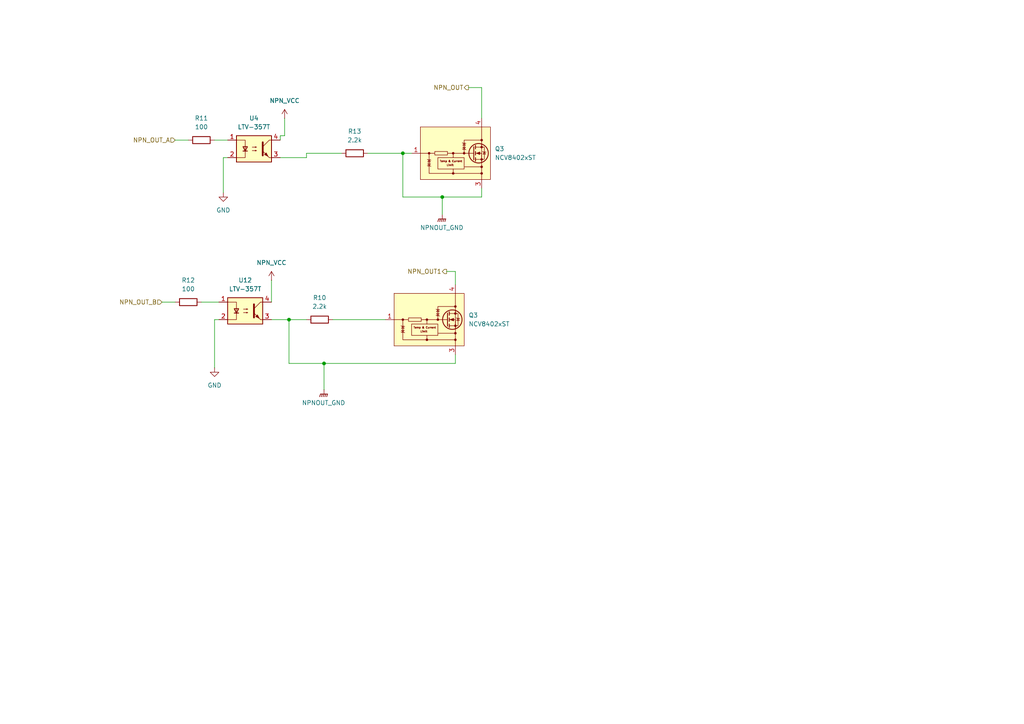
<source format=kicad_sch>
(kicad_sch
	(version 20250114)
	(generator "eeschema")
	(generator_version "9.0")
	(uuid "b1e54b02-bb43-4b89-8182-9cf3300e560d")
	(paper "A4")
	(lib_symbols
		(symbol "Device:R"
			(pin_numbers
				(hide yes)
			)
			(pin_names
				(offset 0)
			)
			(exclude_from_sim no)
			(in_bom yes)
			(on_board yes)
			(property "Reference" "R"
				(at 2.032 0 90)
				(effects
					(font
						(size 1.27 1.27)
					)
				)
			)
			(property "Value" "R"
				(at 0 0 90)
				(effects
					(font
						(size 1.27 1.27)
					)
				)
			)
			(property "Footprint" ""
				(at -1.778 0 90)
				(effects
					(font
						(size 1.27 1.27)
					)
					(hide yes)
				)
			)
			(property "Datasheet" "~"
				(at 0 0 0)
				(effects
					(font
						(size 1.27 1.27)
					)
					(hide yes)
				)
			)
			(property "Description" "Resistor"
				(at 0 0 0)
				(effects
					(font
						(size 1.27 1.27)
					)
					(hide yes)
				)
			)
			(property "ki_keywords" "R res resistor"
				(at 0 0 0)
				(effects
					(font
						(size 1.27 1.27)
					)
					(hide yes)
				)
			)
			(property "ki_fp_filters" "R_*"
				(at 0 0 0)
				(effects
					(font
						(size 1.27 1.27)
					)
					(hide yes)
				)
			)
			(symbol "R_0_1"
				(rectangle
					(start -1.016 -2.54)
					(end 1.016 2.54)
					(stroke
						(width 0.254)
						(type default)
					)
					(fill
						(type none)
					)
				)
			)
			(symbol "R_1_1"
				(pin passive line
					(at 0 3.81 270)
					(length 1.27)
					(name "~"
						(effects
							(font
								(size 1.27 1.27)
							)
						)
					)
					(number "1"
						(effects
							(font
								(size 1.27 1.27)
							)
						)
					)
				)
				(pin passive line
					(at 0 -3.81 90)
					(length 1.27)
					(name "~"
						(effects
							(font
								(size 1.27 1.27)
							)
						)
					)
					(number "2"
						(effects
							(font
								(size 1.27 1.27)
							)
						)
					)
				)
			)
			(embedded_fonts no)
		)
		(symbol "Driver_FET:NCV8402xST"
			(pin_names
				(offset 0)
				(hide yes)
			)
			(exclude_from_sim no)
			(in_bom yes)
			(on_board yes)
			(property "Reference" "Q"
				(at 5.08 8.89 0)
				(effects
					(font
						(size 1.27 1.27)
					)
					(justify right)
				)
			)
			(property "Value" "NCV8402xST"
				(at -11.43 8.89 0)
				(effects
					(font
						(size 1.27 1.27)
					)
					(justify left)
				)
			)
			(property "Footprint" "Package_TO_SOT_SMD:SOT-223"
				(at 0 -7.112 0)
				(effects
					(font
						(size 1.27 1.27)
					)
					(hide yes)
				)
			)
			(property "Datasheet" "https://www.onsemi.com/pub/Collateral/NCV8402-D.PDF"
				(at 7.62 0 0)
				(effects
					(font
						(size 1.27 1.27)
					)
					(hide yes)
				)
			)
			(property "Description" "Self-Protected Low Side Driver with Temperature and Current Limit, SOT−223"
				(at 0 0 0)
				(effects
					(font
						(size 1.27 1.27)
					)
					(hide yes)
				)
			)
			(property "ki_keywords" "MOSFET ESD Overcurrent"
				(at 0 0 0)
				(effects
					(font
						(size 1.27 1.27)
					)
					(hide yes)
				)
			)
			(property "ki_fp_filters" "SOT?223*"
				(at 0 0 0)
				(effects
					(font
						(size 1.27 1.27)
					)
					(hide yes)
				)
			)
			(symbol "NCV8402xST_0_0"
				(rectangle
					(start -10.16 7.62)
					(end 10.16 -7.62)
					(stroke
						(width 0)
						(type default)
					)
					(fill
						(type background)
					)
				)
				(rectangle
					(start -5.969 0.508)
					(end -2.286 -0.508)
					(stroke
						(width 0)
						(type default)
					)
					(fill
						(type none)
					)
				)
				(polyline
					(pts
						(xy -0.635 -1.27) (xy -0.635 -0.635) (xy -0.635 0)
					)
					(stroke
						(width 0)
						(type default)
					)
					(fill
						(type none)
					)
				)
				(polyline
					(pts
						(xy -0.635 -5.842) (xy -7.62 -5.842) (xy -7.62 0) (xy -6.096 0)
					)
					(stroke
						(width 0)
						(type default)
					)
					(fill
						(type none)
					)
				)
				(polyline
					(pts
						(xy 2.54 0) (xy -2.286 0) (xy -0.889 0)
					)
					(stroke
						(width 0)
						(type default)
					)
					(fill
						(type none)
					)
				)
				(polyline
					(pts
						(xy 2.54 0) (xy 2.54 3.81) (xy 7.62 3.81)
					)
					(stroke
						(width 0)
						(type default)
					)
					(fill
						(type none)
					)
				)
				(polyline
					(pts
						(xy 7.62 2.54) (xy 7.62 7.62)
					)
					(stroke
						(width 0)
						(type default)
					)
					(fill
						(type none)
					)
				)
				(polyline
					(pts
						(xy 7.62 2.54) (xy 7.62 -7.62)
					)
					(stroke
						(width 0)
						(type default)
					)
					(fill
						(type none)
					)
				)
				(polyline
					(pts
						(xy 7.62 -5.842) (xy -0.635 -5.842) (xy -0.635 -4.572)
					)
					(stroke
						(width 0)
						(type default)
					)
					(fill
						(type none)
					)
				)
				(text "Limit"
					(at -1.524 -3.429 0)
					(effects
						(font
							(size 0.5334 0.5334)
						)
					)
				)
				(text "Temp & Current"
					(at -1.27 -2.286 0)
					(effects
						(font
							(size 0.5334 0.5334)
						)
					)
				)
			)
			(symbol "NCV8402xST_0_1"
				(polyline
					(pts
						(xy -7.62 0) (xy -10.16 0)
					)
					(stroke
						(width 0)
						(type default)
					)
					(fill
						(type none)
					)
				)
				(rectangle
					(start -5.08 -1.27)
					(end 2.54 -4.572)
					(stroke
						(width 0)
						(type default)
					)
					(fill
						(type none)
					)
				)
				(polyline
					(pts
						(xy 7.62 -3.937) (xy 2.667 -3.937)
					)
					(stroke
						(width 0)
						(type default)
					)
					(fill
						(type none)
					)
				)
			)
			(symbol "NCV8402xST_1_1"
				(polyline
					(pts
						(xy -8.128 -1.778) (xy -8.001 -1.905) (xy -7.239 -1.905) (xy -7.112 -2.032)
					)
					(stroke
						(width 0)
						(type default)
					)
					(fill
						(type none)
					)
				)
				(circle
					(center -7.62 0)
					(radius 0.2794)
					(stroke
						(width 0)
						(type default)
					)
					(fill
						(type outline)
					)
				)
				(polyline
					(pts
						(xy -7.62 -1.905) (xy -8.001 -2.54) (xy -7.239 -2.54) (xy -7.62 -1.905)
					)
					(stroke
						(width 0)
						(type default)
					)
					(fill
						(type none)
					)
				)
				(polyline
					(pts
						(xy -7.62 -3.683) (xy -7.239 -3.048) (xy -8.001 -3.048) (xy -7.62 -3.683)
					)
					(stroke
						(width 0)
						(type default)
					)
					(fill
						(type none)
					)
				)
				(polyline
					(pts
						(xy -7.112 -3.81) (xy -7.239 -3.683) (xy -8.001 -3.683) (xy -8.128 -3.556)
					)
					(stroke
						(width 0)
						(type default)
					)
					(fill
						(type none)
					)
				)
				(circle
					(center -0.635 0)
					(radius 0.2794)
					(stroke
						(width 0)
						(type default)
					)
					(fill
						(type outline)
					)
				)
				(circle
					(center -0.635 -5.842)
					(radius 0.2794)
					(stroke
						(width 0)
						(type default)
					)
					(fill
						(type outline)
					)
				)
				(polyline
					(pts
						(xy 2.032 3.048) (xy 2.159 2.921) (xy 2.921 2.921) (xy 3.048 2.794)
					)
					(stroke
						(width 0)
						(type default)
					)
					(fill
						(type none)
					)
				)
				(polyline
					(pts
						(xy 2.54 2.921) (xy 2.159 2.286) (xy 2.921 2.286) (xy 2.54 2.921)
					)
					(stroke
						(width 0)
						(type default)
					)
					(fill
						(type none)
					)
				)
				(polyline
					(pts
						(xy 2.54 1.143) (xy 2.921 1.778) (xy 2.159 1.778) (xy 2.54 1.143)
					)
					(stroke
						(width 0)
						(type default)
					)
					(fill
						(type none)
					)
				)
				(polyline
					(pts
						(xy 2.54 0) (xy 5.334 0)
					)
					(stroke
						(width 0)
						(type default)
					)
					(fill
						(type none)
					)
				)
				(circle
					(center 2.54 0)
					(radius 0.2794)
					(stroke
						(width 0)
						(type default)
					)
					(fill
						(type outline)
					)
				)
				(polyline
					(pts
						(xy 3.048 1.016) (xy 2.921 1.143) (xy 2.159 1.143) (xy 2.032 1.27)
					)
					(stroke
						(width 0)
						(type default)
					)
					(fill
						(type none)
					)
				)
				(polyline
					(pts
						(xy 5.334 1.905) (xy 5.334 -1.905) (xy 5.334 -1.905)
					)
					(stroke
						(width 0.254)
						(type default)
					)
					(fill
						(type none)
					)
				)
				(polyline
					(pts
						(xy 5.842 2.286) (xy 5.842 1.27)
					)
					(stroke
						(width 0.254)
						(type default)
					)
					(fill
						(type none)
					)
				)
				(polyline
					(pts
						(xy 5.842 1.778) (xy 7.62 1.778)
					)
					(stroke
						(width 0)
						(type default)
					)
					(fill
						(type none)
					)
				)
				(polyline
					(pts
						(xy 5.842 0.508) (xy 5.842 -0.508)
					)
					(stroke
						(width 0.254)
						(type default)
					)
					(fill
						(type none)
					)
				)
				(polyline
					(pts
						(xy 5.842 0) (xy 7.62 0)
					)
					(stroke
						(width 0)
						(type default)
					)
					(fill
						(type none)
					)
				)
				(polyline
					(pts
						(xy 5.842 -1.27) (xy 5.842 -2.286)
					)
					(stroke
						(width 0.254)
						(type default)
					)
					(fill
						(type none)
					)
				)
				(polyline
					(pts
						(xy 5.842 -1.778) (xy 7.62 -1.778)
					)
					(stroke
						(width 0)
						(type default)
					)
					(fill
						(type none)
					)
				)
				(polyline
					(pts
						(xy 6.096 0) (xy 7.112 0.381) (xy 7.112 -0.381) (xy 6.096 0)
					)
					(stroke
						(width 0)
						(type default)
					)
					(fill
						(type outline)
					)
				)
				(circle
					(center 6.731 0)
					(radius 2.8194)
					(stroke
						(width 0.254)
						(type default)
					)
					(fill
						(type none)
					)
				)
				(circle
					(center 7.62 3.81)
					(radius 0.2794)
					(stroke
						(width 0)
						(type default)
					)
					(fill
						(type outline)
					)
				)
				(polyline
					(pts
						(xy 7.62 2.54) (xy 7.62 1.778)
					)
					(stroke
						(width 0)
						(type default)
					)
					(fill
						(type none)
					)
				)
				(circle
					(center 7.62 1.778)
					(radius 0.2794)
					(stroke
						(width 0)
						(type default)
					)
					(fill
						(type outline)
					)
				)
				(polyline
					(pts
						(xy 7.62 -1.778) (xy 7.62 0)
					)
					(stroke
						(width 0)
						(type default)
					)
					(fill
						(type none)
					)
				)
				(polyline
					(pts
						(xy 7.62 -1.778) (xy 7.62 -2.54)
					)
					(stroke
						(width 0)
						(type default)
					)
					(fill
						(type none)
					)
				)
				(polyline
					(pts
						(xy 7.62 -1.778) (xy 8.382 -1.778) (xy 8.382 1.778) (xy 7.62 1.778)
					)
					(stroke
						(width 0)
						(type default)
					)
					(fill
						(type none)
					)
				)
				(circle
					(center 7.62 -1.778)
					(radius 0.2794)
					(stroke
						(width 0)
						(type default)
					)
					(fill
						(type outline)
					)
				)
				(circle
					(center 7.62 -3.937)
					(radius 0.2794)
					(stroke
						(width 0)
						(type default)
					)
					(fill
						(type outline)
					)
				)
				(circle
					(center 7.62 -5.842)
					(radius 0.2794)
					(stroke
						(width 0)
						(type default)
					)
					(fill
						(type outline)
					)
				)
				(polyline
					(pts
						(xy 7.874 0.508) (xy 8.001 0.381) (xy 8.763 0.381) (xy 8.89 0.254)
					)
					(stroke
						(width 0)
						(type default)
					)
					(fill
						(type none)
					)
				)
				(polyline
					(pts
						(xy 8.382 0.381) (xy 8.001 -0.254) (xy 8.763 -0.254) (xy 8.382 0.381)
					)
					(stroke
						(width 0)
						(type default)
					)
					(fill
						(type none)
					)
				)
				(pin input line
					(at -12.7 0 0)
					(length 2.54)
					(name "G"
						(effects
							(font
								(size 1.27 1.27)
							)
						)
					)
					(number "1"
						(effects
							(font
								(size 1.27 1.27)
							)
						)
					)
				)
				(pin passive line
					(at 7.62 10.16 270)
					(length 2.54)
					(hide yes)
					(name "D"
						(effects
							(font
								(size 1.27 1.27)
							)
						)
					)
					(number "2"
						(effects
							(font
								(size 1.27 1.27)
							)
						)
					)
				)
				(pin passive line
					(at 7.62 10.16 270)
					(length 2.54)
					(name "D"
						(effects
							(font
								(size 1.27 1.27)
							)
						)
					)
					(number "4"
						(effects
							(font
								(size 1.27 1.27)
							)
						)
					)
				)
				(pin passive line
					(at 7.62 -10.16 90)
					(length 2.54)
					(name "S"
						(effects
							(font
								(size 1.27 1.27)
							)
						)
					)
					(number "3"
						(effects
							(font
								(size 1.27 1.27)
							)
						)
					)
				)
			)
			(embedded_fonts no)
		)
		(symbol "Isolator:LTV-357T"
			(pin_names
				(offset 1.016)
			)
			(exclude_from_sim no)
			(in_bom yes)
			(on_board yes)
			(property "Reference" "U"
				(at -5.334 4.826 0)
				(effects
					(font
						(size 1.27 1.27)
					)
					(justify left)
				)
			)
			(property "Value" "LTV-357T"
				(at 0 5.08 0)
				(effects
					(font
						(size 1.27 1.27)
					)
					(justify left)
				)
			)
			(property "Footprint" "Package_SO:SO-4_4.4x3.6mm_P2.54mm"
				(at -5.08 -5.08 0)
				(effects
					(font
						(size 1.27 1.27)
						(italic yes)
					)
					(justify left)
					(hide yes)
				)
			)
			(property "Datasheet" "https://www.buerklin.com/medias/sys_master/download/download/h91/ha0/8892020588574.pdf"
				(at 0 0 0)
				(effects
					(font
						(size 1.27 1.27)
					)
					(justify left)
					(hide yes)
				)
			)
			(property "Description" "DC Optocoupler, Vce 35V, CTR 50%, SO-4"
				(at 0 0 0)
				(effects
					(font
						(size 1.27 1.27)
					)
					(hide yes)
				)
			)
			(property "ki_keywords" "NPN DC Optocoupler"
				(at 0 0 0)
				(effects
					(font
						(size 1.27 1.27)
					)
					(hide yes)
				)
			)
			(property "ki_fp_filters" "SO*4.4x3.6mm*P2.54mm*"
				(at 0 0 0)
				(effects
					(font
						(size 1.27 1.27)
					)
					(hide yes)
				)
			)
			(symbol "LTV-357T_0_1"
				(rectangle
					(start -5.08 3.81)
					(end 5.08 -3.81)
					(stroke
						(width 0.254)
						(type default)
					)
					(fill
						(type background)
					)
				)
				(polyline
					(pts
						(xy -5.08 2.54) (xy -2.54 2.54) (xy -2.54 -0.762)
					)
					(stroke
						(width 0)
						(type default)
					)
					(fill
						(type none)
					)
				)
				(polyline
					(pts
						(xy -3.175 -0.635) (xy -1.905 -0.635)
					)
					(stroke
						(width 0.254)
						(type default)
					)
					(fill
						(type none)
					)
				)
				(polyline
					(pts
						(xy -2.54 -0.635) (xy -2.54 -2.54) (xy -5.08 -2.54)
					)
					(stroke
						(width 0)
						(type default)
					)
					(fill
						(type none)
					)
				)
				(polyline
					(pts
						(xy -2.54 -0.635) (xy -3.175 0.635) (xy -1.905 0.635) (xy -2.54 -0.635)
					)
					(stroke
						(width 0.254)
						(type default)
					)
					(fill
						(type none)
					)
				)
				(polyline
					(pts
						(xy -0.508 0.508) (xy 0.762 0.508) (xy 0.381 0.381) (xy 0.381 0.635) (xy 0.762 0.508)
					)
					(stroke
						(width 0)
						(type default)
					)
					(fill
						(type none)
					)
				)
				(polyline
					(pts
						(xy -0.508 -0.508) (xy 0.762 -0.508) (xy 0.381 -0.635) (xy 0.381 -0.381) (xy 0.762 -0.508)
					)
					(stroke
						(width 0)
						(type default)
					)
					(fill
						(type none)
					)
				)
				(polyline
					(pts
						(xy 2.54 1.905) (xy 2.54 -1.905) (xy 2.54 -1.905)
					)
					(stroke
						(width 0.508)
						(type default)
					)
					(fill
						(type none)
					)
				)
				(polyline
					(pts
						(xy 2.54 0.635) (xy 4.445 2.54)
					)
					(stroke
						(width 0)
						(type default)
					)
					(fill
						(type none)
					)
				)
				(polyline
					(pts
						(xy 3.048 -1.651) (xy 3.556 -1.143) (xy 4.064 -2.159) (xy 3.048 -1.651) (xy 3.048 -1.651)
					)
					(stroke
						(width 0)
						(type default)
					)
					(fill
						(type outline)
					)
				)
				(polyline
					(pts
						(xy 4.445 2.54) (xy 5.08 2.54)
					)
					(stroke
						(width 0)
						(type default)
					)
					(fill
						(type none)
					)
				)
				(polyline
					(pts
						(xy 4.445 -2.54) (xy 2.54 -0.635)
					)
					(stroke
						(width 0)
						(type default)
					)
					(fill
						(type outline)
					)
				)
				(polyline
					(pts
						(xy 4.445 -2.54) (xy 5.08 -2.54)
					)
					(stroke
						(width 0)
						(type default)
					)
					(fill
						(type none)
					)
				)
			)
			(symbol "LTV-357T_1_1"
				(pin passive line
					(at -7.62 2.54 0)
					(length 2.54)
					(name "~"
						(effects
							(font
								(size 1.27 1.27)
							)
						)
					)
					(number "1"
						(effects
							(font
								(size 1.27 1.27)
							)
						)
					)
				)
				(pin passive line
					(at -7.62 -2.54 0)
					(length 2.54)
					(name "~"
						(effects
							(font
								(size 1.27 1.27)
							)
						)
					)
					(number "2"
						(effects
							(font
								(size 1.27 1.27)
							)
						)
					)
				)
				(pin passive line
					(at 7.62 2.54 180)
					(length 2.54)
					(name "~"
						(effects
							(font
								(size 1.27 1.27)
							)
						)
					)
					(number "4"
						(effects
							(font
								(size 1.27 1.27)
							)
						)
					)
				)
				(pin passive line
					(at 7.62 -2.54 180)
					(length 2.54)
					(name "~"
						(effects
							(font
								(size 1.27 1.27)
							)
						)
					)
					(number "3"
						(effects
							(font
								(size 1.27 1.27)
							)
						)
					)
				)
			)
			(embedded_fonts no)
		)
		(symbol "power:GND"
			(power)
			(pin_numbers
				(hide yes)
			)
			(pin_names
				(offset 0)
				(hide yes)
			)
			(exclude_from_sim no)
			(in_bom yes)
			(on_board yes)
			(property "Reference" "#PWR"
				(at 0 -6.35 0)
				(effects
					(font
						(size 1.27 1.27)
					)
					(hide yes)
				)
			)
			(property "Value" "GND"
				(at 0 -3.81 0)
				(effects
					(font
						(size 1.27 1.27)
					)
				)
			)
			(property "Footprint" ""
				(at 0 0 0)
				(effects
					(font
						(size 1.27 1.27)
					)
					(hide yes)
				)
			)
			(property "Datasheet" ""
				(at 0 0 0)
				(effects
					(font
						(size 1.27 1.27)
					)
					(hide yes)
				)
			)
			(property "Description" "Power symbol creates a global label with name \"GND\" , ground"
				(at 0 0 0)
				(effects
					(font
						(size 1.27 1.27)
					)
					(hide yes)
				)
			)
			(property "ki_keywords" "global power"
				(at 0 0 0)
				(effects
					(font
						(size 1.27 1.27)
					)
					(hide yes)
				)
			)
			(symbol "GND_0_1"
				(polyline
					(pts
						(xy 0 0) (xy 0 -1.27) (xy 1.27 -1.27) (xy 0 -2.54) (xy -1.27 -1.27) (xy 0 -1.27)
					)
					(stroke
						(width 0)
						(type default)
					)
					(fill
						(type none)
					)
				)
			)
			(symbol "GND_1_1"
				(pin power_in line
					(at 0 0 270)
					(length 0)
					(name "~"
						(effects
							(font
								(size 1.27 1.27)
							)
						)
					)
					(number "1"
						(effects
							(font
								(size 1.27 1.27)
							)
						)
					)
				)
			)
			(embedded_fonts no)
		)
		(symbol "power:GNDPWR"
			(power)
			(pin_numbers
				(hide yes)
			)
			(pin_names
				(offset 0)
				(hide yes)
			)
			(exclude_from_sim no)
			(in_bom yes)
			(on_board yes)
			(property "Reference" "#PWR"
				(at 0 -5.08 0)
				(effects
					(font
						(size 1.27 1.27)
					)
					(hide yes)
				)
			)
			(property "Value" "GNDPWR"
				(at 0 -3.302 0)
				(effects
					(font
						(size 1.27 1.27)
					)
				)
			)
			(property "Footprint" ""
				(at 0 -1.27 0)
				(effects
					(font
						(size 1.27 1.27)
					)
					(hide yes)
				)
			)
			(property "Datasheet" ""
				(at 0 -1.27 0)
				(effects
					(font
						(size 1.27 1.27)
					)
					(hide yes)
				)
			)
			(property "Description" "Power symbol creates a global label with name \"GNDPWR\" , global ground"
				(at 0 0 0)
				(effects
					(font
						(size 1.27 1.27)
					)
					(hide yes)
				)
			)
			(property "ki_keywords" "global ground"
				(at 0 0 0)
				(effects
					(font
						(size 1.27 1.27)
					)
					(hide yes)
				)
			)
			(symbol "GNDPWR_0_1"
				(polyline
					(pts
						(xy -1.016 -1.27) (xy -1.27 -2.032) (xy -1.27 -2.032)
					)
					(stroke
						(width 0.2032)
						(type default)
					)
					(fill
						(type none)
					)
				)
				(polyline
					(pts
						(xy -0.508 -1.27) (xy -0.762 -2.032) (xy -0.762 -2.032)
					)
					(stroke
						(width 0.2032)
						(type default)
					)
					(fill
						(type none)
					)
				)
				(polyline
					(pts
						(xy 0 -1.27) (xy 0 0)
					)
					(stroke
						(width 0)
						(type default)
					)
					(fill
						(type none)
					)
				)
				(polyline
					(pts
						(xy 0 -1.27) (xy -0.254 -2.032) (xy -0.254 -2.032)
					)
					(stroke
						(width 0.2032)
						(type default)
					)
					(fill
						(type none)
					)
				)
				(polyline
					(pts
						(xy 0.508 -1.27) (xy 0.254 -2.032) (xy 0.254 -2.032)
					)
					(stroke
						(width 0.2032)
						(type default)
					)
					(fill
						(type none)
					)
				)
				(polyline
					(pts
						(xy 1.016 -1.27) (xy -1.016 -1.27) (xy -1.016 -1.27)
					)
					(stroke
						(width 0.2032)
						(type default)
					)
					(fill
						(type none)
					)
				)
				(polyline
					(pts
						(xy 1.016 -1.27) (xy 0.762 -2.032) (xy 0.762 -2.032) (xy 0.762 -2.032)
					)
					(stroke
						(width 0.2032)
						(type default)
					)
					(fill
						(type none)
					)
				)
			)
			(symbol "GNDPWR_1_1"
				(pin power_in line
					(at 0 0 270)
					(length 0)
					(name "~"
						(effects
							(font
								(size 1.27 1.27)
							)
						)
					)
					(number "1"
						(effects
							(font
								(size 1.27 1.27)
							)
						)
					)
				)
			)
			(embedded_fonts no)
		)
		(symbol "power:VCC"
			(power)
			(pin_numbers
				(hide yes)
			)
			(pin_names
				(offset 0)
				(hide yes)
			)
			(exclude_from_sim no)
			(in_bom yes)
			(on_board yes)
			(property "Reference" "#PWR"
				(at 0 -3.81 0)
				(effects
					(font
						(size 1.27 1.27)
					)
					(hide yes)
				)
			)
			(property "Value" "VCC"
				(at 0 3.556 0)
				(effects
					(font
						(size 1.27 1.27)
					)
				)
			)
			(property "Footprint" ""
				(at 0 0 0)
				(effects
					(font
						(size 1.27 1.27)
					)
					(hide yes)
				)
			)
			(property "Datasheet" ""
				(at 0 0 0)
				(effects
					(font
						(size 1.27 1.27)
					)
					(hide yes)
				)
			)
			(property "Description" "Power symbol creates a global label with name \"VCC\""
				(at 0 0 0)
				(effects
					(font
						(size 1.27 1.27)
					)
					(hide yes)
				)
			)
			(property "ki_keywords" "global power"
				(at 0 0 0)
				(effects
					(font
						(size 1.27 1.27)
					)
					(hide yes)
				)
			)
			(symbol "VCC_0_1"
				(polyline
					(pts
						(xy -0.762 1.27) (xy 0 2.54)
					)
					(stroke
						(width 0)
						(type default)
					)
					(fill
						(type none)
					)
				)
				(polyline
					(pts
						(xy 0 2.54) (xy 0.762 1.27)
					)
					(stroke
						(width 0)
						(type default)
					)
					(fill
						(type none)
					)
				)
				(polyline
					(pts
						(xy 0 0) (xy 0 2.54)
					)
					(stroke
						(width 0)
						(type default)
					)
					(fill
						(type none)
					)
				)
			)
			(symbol "VCC_1_1"
				(pin power_in line
					(at 0 0 90)
					(length 0)
					(name "~"
						(effects
							(font
								(size 1.27 1.27)
							)
						)
					)
					(number "1"
						(effects
							(font
								(size 1.27 1.27)
							)
						)
					)
				)
			)
			(embedded_fonts no)
		)
	)
	(junction
		(at 83.82 92.71)
		(diameter 0)
		(color 0 0 0 0)
		(uuid "06448bff-14e6-4ffa-8b45-cb50ef6a73ca")
	)
	(junction
		(at 128.27 57.15)
		(diameter 0)
		(color 0 0 0 0)
		(uuid "57442305-379c-451b-a26b-aa76b746508c")
	)
	(junction
		(at 116.84 44.45)
		(diameter 0)
		(color 0 0 0 0)
		(uuid "76fbcb58-af04-43ce-b68b-620833fb0637")
	)
	(junction
		(at 93.98 105.41)
		(diameter 0)
		(color 0 0 0 0)
		(uuid "d4b764aa-52e3-4b84-9ce8-eac048fb6dc7")
	)
	(wire
		(pts
			(xy 64.77 45.72) (xy 66.04 45.72)
		)
		(stroke
			(width 0)
			(type default)
		)
		(uuid "06b57d66-25cb-4181-98aa-2bcf0d6596e3")
	)
	(wire
		(pts
			(xy 132.08 78.74) (xy 132.08 82.55)
		)
		(stroke
			(width 0)
			(type default)
		)
		(uuid "1620b0da-99ff-4ad1-8f86-f0c0c20b176f")
	)
	(wire
		(pts
			(xy 78.74 92.71) (xy 83.82 92.71)
		)
		(stroke
			(width 0)
			(type default)
		)
		(uuid "2eccd7be-7e42-4e95-801e-f384658f96e5")
	)
	(wire
		(pts
			(xy 62.23 106.68) (xy 62.23 92.71)
		)
		(stroke
			(width 0)
			(type default)
		)
		(uuid "31f023e8-5486-4c90-a133-82ea50a3c473")
	)
	(wire
		(pts
			(xy 58.42 87.63) (xy 63.5 87.63)
		)
		(stroke
			(width 0)
			(type default)
		)
		(uuid "373127d8-02c6-42ae-808f-c3a9689bd752")
	)
	(wire
		(pts
			(xy 106.68 44.45) (xy 116.84 44.45)
		)
		(stroke
			(width 0)
			(type default)
		)
		(uuid "39ce1bc2-2ebc-458f-9893-0b3533258308")
	)
	(wire
		(pts
			(xy 132.08 105.41) (xy 132.08 102.87)
		)
		(stroke
			(width 0)
			(type default)
		)
		(uuid "4658c904-f922-4979-a2cd-44b0bf7d0f11")
	)
	(wire
		(pts
			(xy 128.27 57.15) (xy 139.7 57.15)
		)
		(stroke
			(width 0)
			(type default)
		)
		(uuid "48c8e5b8-0d7b-43ea-a259-5aa2bf2137d0")
	)
	(wire
		(pts
			(xy 128.27 62.23) (xy 128.27 57.15)
		)
		(stroke
			(width 0)
			(type default)
		)
		(uuid "496b37e3-d29d-4f34-a84f-95df1b453d7d")
	)
	(wire
		(pts
			(xy 50.8 40.64) (xy 54.61 40.64)
		)
		(stroke
			(width 0)
			(type default)
		)
		(uuid "4c274e98-019e-4b5b-a9ae-6091eb0957df")
	)
	(wire
		(pts
			(xy 139.7 25.4) (xy 135.89 25.4)
		)
		(stroke
			(width 0)
			(type default)
		)
		(uuid "4ef4a214-236a-4e74-a8b7-415fec9a3511")
	)
	(wire
		(pts
			(xy 46.99 87.63) (xy 50.8 87.63)
		)
		(stroke
			(width 0)
			(type default)
		)
		(uuid "598c1bb4-5e03-4462-8d36-58dbb8aad177")
	)
	(wire
		(pts
			(xy 93.98 105.41) (xy 132.08 105.41)
		)
		(stroke
			(width 0)
			(type default)
		)
		(uuid "630b943c-8c9c-4348-8446-d88812c82ba6")
	)
	(wire
		(pts
			(xy 93.98 113.03) (xy 93.98 105.41)
		)
		(stroke
			(width 0)
			(type default)
		)
		(uuid "74c5f0fa-c43b-4bd6-b5e8-d604efec2d3a")
	)
	(wire
		(pts
			(xy 81.28 39.37) (xy 81.28 40.64)
		)
		(stroke
			(width 0)
			(type default)
		)
		(uuid "754cb086-2b22-4869-8bb9-2828f147aa5f")
	)
	(wire
		(pts
			(xy 62.23 40.64) (xy 66.04 40.64)
		)
		(stroke
			(width 0)
			(type default)
		)
		(uuid "796f306b-13d7-4f91-a9b0-74c2e3508505")
	)
	(wire
		(pts
			(xy 88.9 45.72) (xy 81.28 45.72)
		)
		(stroke
			(width 0)
			(type default)
		)
		(uuid "7e3a9030-ece2-4434-90ae-a564a1569743")
	)
	(wire
		(pts
			(xy 88.9 44.45) (xy 99.06 44.45)
		)
		(stroke
			(width 0)
			(type default)
		)
		(uuid "88c8c557-12ae-47b1-a582-80ed19666a40")
	)
	(wire
		(pts
			(xy 96.52 92.71) (xy 111.76 92.71)
		)
		(stroke
			(width 0)
			(type default)
		)
		(uuid "9e511fe7-ce24-4c80-acda-046d579349c6")
	)
	(wire
		(pts
			(xy 116.84 44.45) (xy 116.84 57.15)
		)
		(stroke
			(width 0)
			(type default)
		)
		(uuid "9f3be3a6-c935-4929-bb90-5197848cdac2")
	)
	(wire
		(pts
			(xy 93.98 105.41) (xy 83.82 105.41)
		)
		(stroke
			(width 0)
			(type default)
		)
		(uuid "a02ef023-bb80-4aa3-8fc0-37279fe68534")
	)
	(wire
		(pts
			(xy 64.77 55.88) (xy 64.77 45.72)
		)
		(stroke
			(width 0)
			(type default)
		)
		(uuid "a0b4bc9a-c493-47e0-b5bc-287a6b69a0ff")
	)
	(wire
		(pts
			(xy 129.54 78.74) (xy 132.08 78.74)
		)
		(stroke
			(width 0)
			(type default)
		)
		(uuid "a9b8a6dc-e950-45d7-a331-230e11ee3c0a")
	)
	(wire
		(pts
			(xy 62.23 92.71) (xy 63.5 92.71)
		)
		(stroke
			(width 0)
			(type default)
		)
		(uuid "b5138bf3-7337-48be-bf51-9e1ea9bacc64")
	)
	(wire
		(pts
			(xy 139.7 34.29) (xy 139.7 25.4)
		)
		(stroke
			(width 0)
			(type default)
		)
		(uuid "b631908f-2739-4542-bdfd-bd8db6d5ce89")
	)
	(wire
		(pts
			(xy 82.55 39.37) (xy 82.55 34.29)
		)
		(stroke
			(width 0)
			(type default)
		)
		(uuid "baa8d583-c9ee-4959-810f-caee4e172865")
	)
	(wire
		(pts
			(xy 116.84 57.15) (xy 128.27 57.15)
		)
		(stroke
			(width 0)
			(type default)
		)
		(uuid "beb5b599-026c-481d-8cec-1a5a298fd378")
	)
	(wire
		(pts
			(xy 81.28 39.37) (xy 82.55 39.37)
		)
		(stroke
			(width 0)
			(type default)
		)
		(uuid "c14aa3f2-c961-4e8b-9440-bf37a6df5889")
	)
	(wire
		(pts
			(xy 139.7 57.15) (xy 139.7 54.61)
		)
		(stroke
			(width 0)
			(type default)
		)
		(uuid "c343eb5e-7915-4b45-8a28-1acb676c4e5e")
	)
	(wire
		(pts
			(xy 83.82 92.71) (xy 88.9 92.71)
		)
		(stroke
			(width 0)
			(type default)
		)
		(uuid "c9684129-01d6-4ce0-9dc6-e7201b028a9c")
	)
	(wire
		(pts
			(xy 83.82 105.41) (xy 83.82 92.71)
		)
		(stroke
			(width 0)
			(type default)
		)
		(uuid "ce934b58-8c07-4164-bad5-142640e510a1")
	)
	(wire
		(pts
			(xy 88.9 44.45) (xy 88.9 45.72)
		)
		(stroke
			(width 0)
			(type default)
		)
		(uuid "de17dfa2-98e0-451f-b473-9a19c6e6e4a1")
	)
	(wire
		(pts
			(xy 119.38 44.45) (xy 116.84 44.45)
		)
		(stroke
			(width 0)
			(type default)
		)
		(uuid "e7323b30-5e91-4e70-a58d-79a9eebc99ae")
	)
	(wire
		(pts
			(xy 78.74 81.28) (xy 78.74 87.63)
		)
		(stroke
			(width 0)
			(type default)
		)
		(uuid "ee39e67c-8851-4ba6-b291-7dd286958da7")
	)
	(hierarchical_label "NPN_OUT"
		(shape output)
		(at 135.89 25.4 180)
		(effects
			(font
				(size 1.27 1.27)
			)
			(justify right)
		)
		(uuid "7ed2cf57-5f41-4cdc-b134-d5969cd3d069")
	)
	(hierarchical_label "NPN_OUT_A"
		(shape input)
		(at 50.8 40.64 180)
		(effects
			(font
				(size 1.27 1.27)
			)
			(justify right)
		)
		(uuid "b7818b32-d5c0-4aee-93a5-67a3dd1f936d")
	)
	(hierarchical_label "NPN_OUT_B"
		(shape input)
		(at 46.99 87.63 180)
		(effects
			(font
				(size 1.27 1.27)
			)
			(justify right)
		)
		(uuid "f996d748-0956-4a58-8abd-240e08a7534b")
	)
	(hierarchical_label "NPN_OUT1"
		(shape output)
		(at 129.54 78.74 180)
		(effects
			(font
				(size 1.27 1.27)
			)
			(justify right)
		)
		(uuid "fdfc9e60-d9cb-4410-a650-b51ad4d5aa51")
	)
	(symbol
		(lib_id "Isolator:LTV-357T")
		(at 73.66 43.18 0)
		(unit 1)
		(exclude_from_sim no)
		(in_bom yes)
		(on_board yes)
		(dnp no)
		(fields_autoplaced yes)
		(uuid "06ae6541-a1c8-41f9-824e-26677581b133")
		(property "Reference" "U4"
			(at 73.66 34.29 0)
			(effects
				(font
					(size 1.27 1.27)
				)
			)
		)
		(property "Value" "LTV-357T"
			(at 73.66 36.83 0)
			(effects
				(font
					(size 1.27 1.27)
				)
			)
		)
		(property "Footprint" "Package_SO:SO-4_4.4x3.6mm_P2.54mm"
			(at 68.58 48.26 0)
			(effects
				(font
					(size 1.27 1.27)
					(italic yes)
				)
				(justify left)
				(hide yes)
			)
		)
		(property "Datasheet" "https://www.buerklin.com/medias/sys_master/download/download/h91/ha0/8892020588574.pdf"
			(at 73.66 43.18 0)
			(effects
				(font
					(size 1.27 1.27)
				)
				(justify left)
				(hide yes)
			)
		)
		(property "Description" "DC Optocoupler, Vce 35V, CTR 50%, SO-4"
			(at 73.66 43.18 0)
			(effects
				(font
					(size 1.27 1.27)
				)
				(hide yes)
			)
		)
		(pin "2"
			(uuid "375f3e7f-00ec-476f-9410-11a77b909f71")
		)
		(pin "1"
			(uuid "57f92b22-94ce-4773-88e2-6d5706c152e7")
		)
		(pin "4"
			(uuid "e3c810de-e5d0-43b4-9166-b16927f46f48")
		)
		(pin "3"
			(uuid "7d959f9f-1a0c-4d10-8ac6-e1e41559f92a")
		)
		(instances
			(project "NIVARA PROJECT"
				(path "/dc6fb271-dfd0-4448-98f1-862b1cc93a80/2ca62569-d560-4cca-9470-52fd378086ae/10d18d73-e11c-4004-b603-2dddd8e15480"
					(reference "U4")
					(unit 1)
				)
			)
		)
	)
	(symbol
		(lib_id "power:GND")
		(at 62.23 106.68 0)
		(unit 1)
		(exclude_from_sim no)
		(in_bom yes)
		(on_board yes)
		(dnp no)
		(fields_autoplaced yes)
		(uuid "1762533c-673b-42bc-ba16-27faaed7f6ff")
		(property "Reference" "#PWR031"
			(at 62.23 113.03 0)
			(effects
				(font
					(size 1.27 1.27)
				)
				(hide yes)
			)
		)
		(property "Value" "GND"
			(at 62.23 111.76 0)
			(effects
				(font
					(size 1.27 1.27)
				)
			)
		)
		(property "Footprint" ""
			(at 62.23 106.68 0)
			(effects
				(font
					(size 1.27 1.27)
				)
				(hide yes)
			)
		)
		(property "Datasheet" ""
			(at 62.23 106.68 0)
			(effects
				(font
					(size 1.27 1.27)
				)
				(hide yes)
			)
		)
		(property "Description" "Power symbol creates a global label with name \"GND\" , ground"
			(at 62.23 106.68 0)
			(effects
				(font
					(size 1.27 1.27)
				)
				(hide yes)
			)
		)
		(pin "1"
			(uuid "d671bc62-99d5-466c-9dbf-773678141339")
		)
		(instances
			(project "NIVARA PROJECT"
				(path "/dc6fb271-dfd0-4448-98f1-862b1cc93a80/2ca62569-d560-4cca-9470-52fd378086ae/10d18d73-e11c-4004-b603-2dddd8e15480"
					(reference "#PWR031")
					(unit 1)
				)
			)
		)
	)
	(symbol
		(lib_id "power:GNDPWR")
		(at 128.27 62.23 0)
		(unit 1)
		(exclude_from_sim no)
		(in_bom yes)
		(on_board yes)
		(dnp no)
		(fields_autoplaced yes)
		(uuid "48a34f52-3d6b-473a-88ee-13d42f3bc6bc")
		(property "Reference" "#PWR030"
			(at 128.27 67.31 0)
			(effects
				(font
					(size 1.27 1.27)
				)
				(hide yes)
			)
		)
		(property "Value" "NPNOUT_GND"
			(at 128.143 66.04 0)
			(effects
				(font
					(size 1.27 1.27)
				)
			)
		)
		(property "Footprint" ""
			(at 128.27 63.5 0)
			(effects
				(font
					(size 1.27 1.27)
				)
				(hide yes)
			)
		)
		(property "Datasheet" ""
			(at 128.27 63.5 0)
			(effects
				(font
					(size 1.27 1.27)
				)
				(hide yes)
			)
		)
		(property "Description" "Power symbol creates a global label with name \"GNDPWR\" , global ground"
			(at 128.27 62.23 0)
			(effects
				(font
					(size 1.27 1.27)
				)
				(hide yes)
			)
		)
		(pin "1"
			(uuid "42022ba7-7075-4548-bb58-454769c03396")
		)
		(instances
			(project "NIVARA PROJECT"
				(path "/dc6fb271-dfd0-4448-98f1-862b1cc93a80/2ca62569-d560-4cca-9470-52fd378086ae/10d18d73-e11c-4004-b603-2dddd8e15480"
					(reference "#PWR030")
					(unit 1)
				)
			)
		)
	)
	(symbol
		(lib_id "power:VCC")
		(at 82.55 34.29 0)
		(unit 1)
		(exclude_from_sim no)
		(in_bom yes)
		(on_board yes)
		(dnp no)
		(fields_autoplaced yes)
		(uuid "4d1a82ee-b54a-4f82-a1f8-d0c468e7c5dc")
		(property "Reference" "#PWR053"
			(at 82.55 38.1 0)
			(effects
				(font
					(size 1.27 1.27)
				)
				(hide yes)
			)
		)
		(property "Value" "NPN_VCC"
			(at 82.55 29.21 0)
			(effects
				(font
					(size 1.27 1.27)
				)
			)
		)
		(property "Footprint" ""
			(at 82.55 34.29 0)
			(effects
				(font
					(size 1.27 1.27)
				)
				(hide yes)
			)
		)
		(property "Datasheet" ""
			(at 82.55 34.29 0)
			(effects
				(font
					(size 1.27 1.27)
				)
				(hide yes)
			)
		)
		(property "Description" "Power symbol creates a global label with name \"VCC\""
			(at 82.55 34.29 0)
			(effects
				(font
					(size 1.27 1.27)
				)
				(hide yes)
			)
		)
		(pin "1"
			(uuid "b1d68ffc-c30a-4cf1-81a9-a07b005dfa21")
		)
		(instances
			(project "NIVARA PROJECT"
				(path "/dc6fb271-dfd0-4448-98f1-862b1cc93a80/2ca62569-d560-4cca-9470-52fd378086ae/10d18d73-e11c-4004-b603-2dddd8e15480"
					(reference "#PWR053")
					(unit 1)
				)
			)
		)
	)
	(symbol
		(lib_id "Device:R")
		(at 58.42 40.64 90)
		(unit 1)
		(exclude_from_sim no)
		(in_bom yes)
		(on_board yes)
		(dnp no)
		(fields_autoplaced yes)
		(uuid "5a6a07c2-8c83-400a-9e1a-d33e29717b9f")
		(property "Reference" "R11"
			(at 58.42 34.29 90)
			(effects
				(font
					(size 1.27 1.27)
				)
			)
		)
		(property "Value" "100"
			(at 58.42 36.83 90)
			(effects
				(font
					(size 1.27 1.27)
				)
			)
		)
		(property "Footprint" ""
			(at 58.42 42.418 90)
			(effects
				(font
					(size 1.27 1.27)
				)
				(hide yes)
			)
		)
		(property "Datasheet" "~"
			(at 58.42 40.64 0)
			(effects
				(font
					(size 1.27 1.27)
				)
				(hide yes)
			)
		)
		(property "Description" "Resistor"
			(at 58.42 40.64 0)
			(effects
				(font
					(size 1.27 1.27)
				)
				(hide yes)
			)
		)
		(pin "1"
			(uuid "339cef11-43dc-4ec8-a5cd-f25587b1ddab")
		)
		(pin "2"
			(uuid "18196490-4d89-4992-8733-4ce1f1e3d486")
		)
		(instances
			(project ""
				(path "/dc6fb271-dfd0-4448-98f1-862b1cc93a80/2ca62569-d560-4cca-9470-52fd378086ae/10d18d73-e11c-4004-b603-2dddd8e15480"
					(reference "R11")
					(unit 1)
				)
			)
		)
	)
	(symbol
		(lib_id "Device:R")
		(at 102.87 44.45 90)
		(unit 1)
		(exclude_from_sim no)
		(in_bom yes)
		(on_board yes)
		(dnp no)
		(fields_autoplaced yes)
		(uuid "64a81da7-23af-4a13-bf4d-1634a167867a")
		(property "Reference" "R13"
			(at 102.87 38.1 90)
			(effects
				(font
					(size 1.27 1.27)
				)
			)
		)
		(property "Value" "2.2k"
			(at 102.87 40.64 90)
			(effects
				(font
					(size 1.27 1.27)
				)
			)
		)
		(property "Footprint" ""
			(at 102.87 46.228 90)
			(effects
				(font
					(size 1.27 1.27)
				)
				(hide yes)
			)
		)
		(property "Datasheet" "~"
			(at 102.87 44.45 0)
			(effects
				(font
					(size 1.27 1.27)
				)
				(hide yes)
			)
		)
		(property "Description" "Resistor"
			(at 102.87 44.45 0)
			(effects
				(font
					(size 1.27 1.27)
				)
				(hide yes)
			)
		)
		(pin "1"
			(uuid "288887ea-1866-47f5-98eb-4021c6657f2d")
		)
		(pin "2"
			(uuid "259435b2-ce6c-4993-b8a2-54ddb49e493e")
		)
		(instances
			(project "NIVARA PROJECT"
				(path "/dc6fb271-dfd0-4448-98f1-862b1cc93a80/2ca62569-d560-4cca-9470-52fd378086ae/10d18d73-e11c-4004-b603-2dddd8e15480"
					(reference "R13")
					(unit 1)
				)
			)
		)
	)
	(symbol
		(lib_id "Isolator:LTV-357T")
		(at 71.12 90.17 0)
		(unit 1)
		(exclude_from_sim no)
		(in_bom yes)
		(on_board yes)
		(dnp no)
		(fields_autoplaced yes)
		(uuid "86793059-50d2-476e-a7b7-c88d0525745a")
		(property "Reference" "U12"
			(at 71.12 81.28 0)
			(effects
				(font
					(size 1.27 1.27)
				)
			)
		)
		(property "Value" "LTV-357T"
			(at 71.12 83.82 0)
			(effects
				(font
					(size 1.27 1.27)
				)
			)
		)
		(property "Footprint" "Package_SO:SO-4_4.4x3.6mm_P2.54mm"
			(at 66.04 95.25 0)
			(effects
				(font
					(size 1.27 1.27)
					(italic yes)
				)
				(justify left)
				(hide yes)
			)
		)
		(property "Datasheet" "https://www.buerklin.com/medias/sys_master/download/download/h91/ha0/8892020588574.pdf"
			(at 71.12 90.17 0)
			(effects
				(font
					(size 1.27 1.27)
				)
				(justify left)
				(hide yes)
			)
		)
		(property "Description" "DC Optocoupler, Vce 35V, CTR 50%, SO-4"
			(at 71.12 90.17 0)
			(effects
				(font
					(size 1.27 1.27)
				)
				(hide yes)
			)
		)
		(pin "2"
			(uuid "4f6381ba-8a23-4370-b045-3bdc725993be")
		)
		(pin "1"
			(uuid "5bf0fcdf-c36b-453f-a2b6-42840ec67ed1")
		)
		(pin "4"
			(uuid "ba74a656-fbeb-4a47-833a-9f03a27d1595")
		)
		(pin "3"
			(uuid "22694373-1676-4ef6-900a-5b9ae4a5efd9")
		)
		(instances
			(project "NIVARA PROJECT"
				(path "/dc6fb271-dfd0-4448-98f1-862b1cc93a80/2ca62569-d560-4cca-9470-52fd378086ae/10d18d73-e11c-4004-b603-2dddd8e15480"
					(reference "U12")
					(unit 1)
				)
			)
		)
	)
	(symbol
		(lib_id "power:VCC")
		(at 78.74 81.28 0)
		(unit 1)
		(exclude_from_sim no)
		(in_bom yes)
		(on_board yes)
		(dnp no)
		(fields_autoplaced yes)
		(uuid "9cff15c4-686e-4e01-8bcf-6df5b43b8554")
		(property "Reference" "#PWR032"
			(at 78.74 85.09 0)
			(effects
				(font
					(size 1.27 1.27)
				)
				(hide yes)
			)
		)
		(property "Value" "NPN_VCC"
			(at 78.74 76.2 0)
			(effects
				(font
					(size 1.27 1.27)
				)
			)
		)
		(property "Footprint" ""
			(at 78.74 81.28 0)
			(effects
				(font
					(size 1.27 1.27)
				)
				(hide yes)
			)
		)
		(property "Datasheet" ""
			(at 78.74 81.28 0)
			(effects
				(font
					(size 1.27 1.27)
				)
				(hide yes)
			)
		)
		(property "Description" "Power symbol creates a global label with name \"VCC\""
			(at 78.74 81.28 0)
			(effects
				(font
					(size 1.27 1.27)
				)
				(hide yes)
			)
		)
		(pin "1"
			(uuid "e9547b3a-2ad5-4ef4-a51e-14f27a3f2f17")
		)
		(instances
			(project "NIVARA PROJECT"
				(path "/dc6fb271-dfd0-4448-98f1-862b1cc93a80/2ca62569-d560-4cca-9470-52fd378086ae/10d18d73-e11c-4004-b603-2dddd8e15480"
					(reference "#PWR032")
					(unit 1)
				)
			)
		)
	)
	(symbol
		(lib_id "power:GND")
		(at 64.77 55.88 0)
		(unit 1)
		(exclude_from_sim no)
		(in_bom yes)
		(on_board yes)
		(dnp no)
		(fields_autoplaced yes)
		(uuid "a25853f0-afba-42e2-9638-626dbf98678f")
		(property "Reference" "#PWR?"
			(at 64.77 62.23 0)
			(effects
				(font
					(size 1.27 1.27)
				)
				(hide yes)
			)
		)
		(property "Value" "GND"
			(at 64.77 60.96 0)
			(effects
				(font
					(size 1.27 1.27)
				)
			)
		)
		(property "Footprint" ""
			(at 64.77 55.88 0)
			(effects
				(font
					(size 1.27 1.27)
				)
				(hide yes)
			)
		)
		(property "Datasheet" ""
			(at 64.77 55.88 0)
			(effects
				(font
					(size 1.27 1.27)
				)
				(hide yes)
			)
		)
		(property "Description" "Power symbol creates a global label with name \"GND\" , ground"
			(at 64.77 55.88 0)
			(effects
				(font
					(size 1.27 1.27)
				)
				(hide yes)
			)
		)
		(pin "1"
			(uuid "ffbdbfe4-354e-4e99-9368-334d5e18aec2")
		)
		(instances
			(project "NIVARA PROJECT"
				(path "/dc6fb271-dfd0-4448-98f1-862b1cc93a80/2ca62569-d560-4cca-9470-52fd378086ae/10d18d73-e11c-4004-b603-2dddd8e15480"
					(reference "#PWR?")
					(unit 1)
				)
			)
		)
	)
	(symbol
		(lib_id "Driver_FET:NCV8402xST")
		(at 124.46 92.71 0)
		(unit 1)
		(exclude_from_sim no)
		(in_bom yes)
		(on_board yes)
		(dnp no)
		(fields_autoplaced yes)
		(uuid "b8b8fe9c-305e-4276-bea5-6926f7e59711")
		(property "Reference" "Q3"
			(at 135.89 91.4399 0)
			(effects
				(font
					(size 1.27 1.27)
				)
				(justify left)
			)
		)
		(property "Value" "NCV8402xST"
			(at 135.89 93.9799 0)
			(effects
				(font
					(size 1.27 1.27)
				)
				(justify left)
			)
		)
		(property "Footprint" "Package_TO_SOT_SMD:SOT-223"
			(at 124.46 99.822 0)
			(effects
				(font
					(size 1.27 1.27)
				)
				(hide yes)
			)
		)
		(property "Datasheet" "https://www.onsemi.com/pub/Collateral/NCV8402-D.PDF"
			(at 132.08 92.71 0)
			(effects
				(font
					(size 1.27 1.27)
				)
				(hide yes)
			)
		)
		(property "Description" "Self-Protected Low Side Driver with Temperature and Current Limit, SOT−223"
			(at 124.46 92.71 0)
			(effects
				(font
					(size 1.27 1.27)
				)
				(hide yes)
			)
		)
		(pin "2"
			(uuid "86a34faf-1a91-4ffb-91de-ab4af3cf255a")
		)
		(pin "4"
			(uuid "a9b9873c-03ec-483a-9d6d-3dde0353edb5")
		)
		(pin "1"
			(uuid "f115b937-6382-4bed-ad4c-bc6230b01824")
		)
		(pin "3"
			(uuid "59b437ed-d037-4a8f-9aa9-31ae51a65a84")
		)
		(instances
			(project "NIVARA PROJECT"
				(path "/dc6fb271-dfd0-4448-98f1-862b1cc93a80/2ca62569-d560-4cca-9470-52fd378086ae/10d18d73-e11c-4004-b603-2dddd8e15480"
					(reference "Q3")
					(unit 1)
				)
			)
		)
	)
	(symbol
		(lib_id "power:GNDPWR")
		(at 93.98 113.03 0)
		(unit 1)
		(exclude_from_sim no)
		(in_bom yes)
		(on_board yes)
		(dnp no)
		(fields_autoplaced yes)
		(uuid "bdf7a143-e886-4940-8bfc-eeffa3991715")
		(property "Reference" "#PWR054"
			(at 93.98 118.11 0)
			(effects
				(font
					(size 1.27 1.27)
				)
				(hide yes)
			)
		)
		(property "Value" "NPNOUT_GND"
			(at 93.853 116.84 0)
			(effects
				(font
					(size 1.27 1.27)
				)
			)
		)
		(property "Footprint" ""
			(at 93.98 114.3 0)
			(effects
				(font
					(size 1.27 1.27)
				)
				(hide yes)
			)
		)
		(property "Datasheet" ""
			(at 93.98 114.3 0)
			(effects
				(font
					(size 1.27 1.27)
				)
				(hide yes)
			)
		)
		(property "Description" "Power symbol creates a global label with name \"GNDPWR\" , global ground"
			(at 93.98 113.03 0)
			(effects
				(font
					(size 1.27 1.27)
				)
				(hide yes)
			)
		)
		(pin "1"
			(uuid "5a21ee83-97cc-461c-bd07-67708e3d48b2")
		)
		(instances
			(project "NIVARA PROJECT"
				(path "/dc6fb271-dfd0-4448-98f1-862b1cc93a80/2ca62569-d560-4cca-9470-52fd378086ae/10d18d73-e11c-4004-b603-2dddd8e15480"
					(reference "#PWR054")
					(unit 1)
				)
			)
		)
	)
	(symbol
		(lib_id "Driver_FET:NCV8402xST")
		(at 132.08 44.45 0)
		(unit 1)
		(exclude_from_sim no)
		(in_bom yes)
		(on_board yes)
		(dnp no)
		(fields_autoplaced yes)
		(uuid "c1d7acc6-c2d0-4ebd-a920-c89eae48b1ed")
		(property "Reference" "Q3"
			(at 143.51 43.1799 0)
			(effects
				(font
					(size 1.27 1.27)
				)
				(justify left)
			)
		)
		(property "Value" "NCV8402xST"
			(at 143.51 45.7199 0)
			(effects
				(font
					(size 1.27 1.27)
				)
				(justify left)
			)
		)
		(property "Footprint" "Package_TO_SOT_SMD:SOT-223"
			(at 132.08 51.562 0)
			(effects
				(font
					(size 1.27 1.27)
				)
				(hide yes)
			)
		)
		(property "Datasheet" "https://www.onsemi.com/pub/Collateral/NCV8402-D.PDF"
			(at 139.7 44.45 0)
			(effects
				(font
					(size 1.27 1.27)
				)
				(hide yes)
			)
		)
		(property "Description" "Self-Protected Low Side Driver with Temperature and Current Limit, SOT−223"
			(at 132.08 44.45 0)
			(effects
				(font
					(size 1.27 1.27)
				)
				(hide yes)
			)
		)
		(pin "2"
			(uuid "d964e66d-fa88-4fd0-8cc1-9de701ca79d0")
		)
		(pin "4"
			(uuid "fd3cba4a-d995-494e-bb71-d27a880bed8e")
		)
		(pin "1"
			(uuid "7a4cb3ac-bade-419f-a3d3-ae9b1a01ac5a")
		)
		(pin "3"
			(uuid "89920b0b-fdf3-4cad-b558-7a9551f879d1")
		)
		(instances
			(project "NIVARA PROJECT"
				(path "/dc6fb271-dfd0-4448-98f1-862b1cc93a80/2ca62569-d560-4cca-9470-52fd378086ae/10d18d73-e11c-4004-b603-2dddd8e15480"
					(reference "Q3")
					(unit 1)
				)
			)
		)
	)
	(symbol
		(lib_id "Device:R")
		(at 92.71 92.71 90)
		(unit 1)
		(exclude_from_sim no)
		(in_bom yes)
		(on_board yes)
		(dnp no)
		(fields_autoplaced yes)
		(uuid "e37648ef-a9d6-49b6-a064-ad7469efebcd")
		(property "Reference" "R10"
			(at 92.71 86.36 90)
			(effects
				(font
					(size 1.27 1.27)
				)
			)
		)
		(property "Value" "2.2k"
			(at 92.71 88.9 90)
			(effects
				(font
					(size 1.27 1.27)
				)
			)
		)
		(property "Footprint" ""
			(at 92.71 94.488 90)
			(effects
				(font
					(size 1.27 1.27)
				)
				(hide yes)
			)
		)
		(property "Datasheet" "~"
			(at 92.71 92.71 0)
			(effects
				(font
					(size 1.27 1.27)
				)
				(hide yes)
			)
		)
		(property "Description" "Resistor"
			(at 92.71 92.71 0)
			(effects
				(font
					(size 1.27 1.27)
				)
				(hide yes)
			)
		)
		(pin "1"
			(uuid "00151901-e82b-4fe7-aca6-4849e364e7ae")
		)
		(pin "2"
			(uuid "d02784e2-75c3-48a0-b921-731dae4617fe")
		)
		(instances
			(project "NIVARA PROJECT"
				(path "/dc6fb271-dfd0-4448-98f1-862b1cc93a80/2ca62569-d560-4cca-9470-52fd378086ae/10d18d73-e11c-4004-b603-2dddd8e15480"
					(reference "R10")
					(unit 1)
				)
			)
		)
	)
	(symbol
		(lib_id "Device:R")
		(at 54.61 87.63 90)
		(unit 1)
		(exclude_from_sim no)
		(in_bom yes)
		(on_board yes)
		(dnp no)
		(fields_autoplaced yes)
		(uuid "fd4956ac-a672-4ec1-b58e-2061704193de")
		(property "Reference" "R12"
			(at 54.61 81.28 90)
			(effects
				(font
					(size 1.27 1.27)
				)
			)
		)
		(property "Value" "100"
			(at 54.61 83.82 90)
			(effects
				(font
					(size 1.27 1.27)
				)
			)
		)
		(property "Footprint" ""
			(at 54.61 89.408 90)
			(effects
				(font
					(size 1.27 1.27)
				)
				(hide yes)
			)
		)
		(property "Datasheet" "~"
			(at 54.61 87.63 0)
			(effects
				(font
					(size 1.27 1.27)
				)
				(hide yes)
			)
		)
		(property "Description" "Resistor"
			(at 54.61 87.63 0)
			(effects
				(font
					(size 1.27 1.27)
				)
				(hide yes)
			)
		)
		(pin "1"
			(uuid "558a6a0d-777c-462b-881b-aec54fcd6a16")
		)
		(pin "2"
			(uuid "c9a5a699-1e49-45ff-9d81-09103a94d723")
		)
		(instances
			(project "NIVARA PROJECT"
				(path "/dc6fb271-dfd0-4448-98f1-862b1cc93a80/2ca62569-d560-4cca-9470-52fd378086ae/10d18d73-e11c-4004-b603-2dddd8e15480"
					(reference "R12")
					(unit 1)
				)
			)
		)
	)
)

</source>
